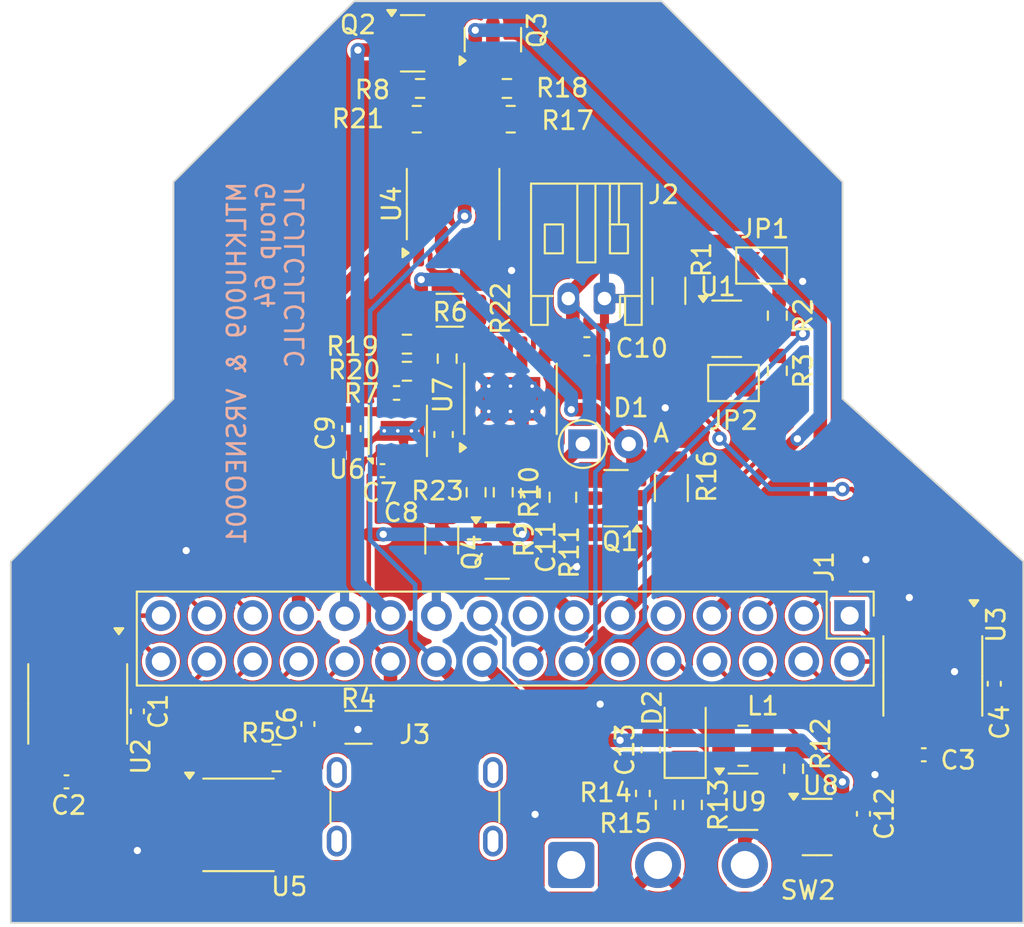
<source format=kicad_pcb>
(kicad_pcb (version 20241229) (generator "pcbnew") (generator_version "9.0")
  (title_block (title "Micro Mouse Power Subsystem PCB") (date "2025-03-28") (rev "v0") (company "University of Cape Town") (comment 2 "Drawn by Khusela Mtolo and Neo Vorsatz"))
  (layers (0 "F.Cu" signal) (2 "B.Cu" signal) (13 "F.Paste" user) (15 "B.Paste" user) (5 "F.SilkS" user "F.Silkscreen") (7 "B.SilkS" user "B.Silkscreen") (1 "F.Mask" user) (3 "B.Mask" user) (25 "Edge.Cuts" user))
  (net 0 "")
  (net 1 "GND")
  (net 2 "Net-(U2-VINT)")
  (net 3 "/3V7_Nominal")
  (net 4 "Net-(U2-VCP)")
  (net 5 "Net-(U3-VCP)")
  (net 6 "Net-(U3-VINT)")
  (net 7 "Net-(U5-VDD)")
  (net 8 "/Vout (5V)")
  (net 9 "Net-(U6-SS{slash}TR)")
  (net 10 "/3V3 Out")
  (net 11 "/5V Out")
  (net 12 "Net-(D2-A)")
  (net 13 "/MOTOR1_CTRL2")
  (net 14 "/USART2_RX")
  (net 15 "/MOTOR3_CTRL1")
  (net 16 "/CTRL_EXT_LOAD1")
  (net 17 "/Motor2_A_OUT")
  (net 18 "/HV")
  (net 19 "/EXT_LOAD2_OUT")
  (net 20 "/MOTOR4_CTRL2")
  (net 21 "/Motor4_A_OUT")
  (net 22 "/FAST_CHARGE_CTRL")
  (net 23 "/MOTOR4_CTRL1")
  (net 24 "/MOTOR3_B_OUT")
  (net 25 "/Battery")
  (net 26 "/I2C1_SDA")
  (net 27 "/MOTOR2_CTRL2")
  (net 28 "/MOTOR3_A_OUT")
  (net 29 "/MOTOR1_CTRL1")
  (net 30 "/Motor2_B_OUT")
  (net 32 "/USART2_TX")
  (net 33 "/CTRL_EXT_LOAD2")
  (net 34 "/I2C1_SCL")
  (net 35 "/MOTOR2_CTRL1")
  (net 36 "/Motor4_B_OUT")
  (net 37 "/EXT_LOAD1_OUT")
  (net 38 "/MOTOR3_CTRL2")
  (net 39 "/MOTOR1_B_OUT")
  (net 40 "/MOTOR1_A_OUT")
  (net 41 "Net-(J3-CC1)")
  (net 42 "Net-(J3-CC2)")
  (net 43 "Net-(JP1-A)")
  (net 44 "Net-(JP2-A)")
  (net 45 "Net-(SW2-C)")
  (net 46 "Net-(Q2-G)")
  (net 47 "Net-(Q3-G)")
  (net 48 "Net-(Q4-D)")
  (net 49 "Net-(U5-CFG1)")
  (net 50 "Net-(R19-Pad1)")
  (net 51 "Net-(U6-FB)")
  (net 52 "Net-(U7-PROG)")
  (net 53 "Net-(U9-OC)")
  (net 54 "Net-(U9-FB)")
  (net 55 "Net-(R14-Pad2)")
  (net 56 "Net-(U4-~{OUT_B})")
  (net 57 "Net-(R19-Pad2)")
  (net 58 "Net-(U4-~{OUT_A})")
  (net 59 "Net-(U7-CE)")
  (net 69 "Net-(U5-DM)")
  (net 77 "Net-(D1-K)")
  (net 78 "Net-(Q4-G)")
  (footprint "Resistor_SMD:R_0603_1608Metric" (layer "F.Cu") (at 147.44 105.825)
    (property "Reference" "R18")
    (property "Value" "10k")
  )
  (footprint "Resistor_SMD:R_1206_3216Metric" (layer "F.Cu") (at 139.2325 141.18)
    (property "Reference" "R4")
    (property "Value" "1k")
  )
  (footprint "Resistor_SMD:R_0805_2012Metric" (layer "F.Cu") (at 147.6525 107.525)
    (property "Reference" "R17")
    (property "Value" "100R")
  )
  (footprint "Capacitor_SMD:C_0603_1608Metric" (layer "F.Cu") (at 138.8375 124.65 -90)
    (property "Reference" "C9")
    (property "Value" "3.3nF")
  )
  (footprint "Resistor_SMD:R_0603_1608Metric" (layer "F.Cu") (at 142.64 105.825 180)
    (property "Reference" "R8")
    (property "Value" "10k")
  )
  (footprint "Connector_JST:JST_PH_S2B-PH-K_1x02_P2.00mm_Horizontal" (layer "F.Cu") (at 152.8375 117.45 180)
    (property "Reference" "J2")
    (property "Value" "Conn_01x02")
  )
  (footprint "Resistor_SMD:R_0805_2012Metric" (layer "F.Cu") (at 134.7 142.88 180)
    (property "Reference" "R5")
    (property "Value" "6.8k")
  )
  (footprint "Resistor_SMD:R_0603_1608Metric" (layer "F.Cu") (at 148.7375 128.225 -90)
    (property "Reference" "R11")
    (property "Value" "10k")
  )
  (footprint "Package_TO_SOT_SMD:SOT-23-5" (layer "F.Cu") (at 164.6 146.7)
    (property "Reference" "U8")
    (property "Value" "TPTLV70033DDCR")
  )
  (footprint "Package_TO_SOT_SMD:SOT-23" (layer "F.Cu") (at 153.475 128.5 180)
    (property "Reference" "Q1")
    (property "Value" "PMOS")
  )
  (footprint "Capacitor_SMD:C_0603_1608Metric" (layer "F.Cu") (at 155.4 142.425 90)
    (property "Reference" "C13")
    (property "Value" "22uF")
  )
  (footprint "Resistor_SMD:R_0805_2012Metric" (layer "F.Cu") (at 142.4525 107.525 180)
    (property "Reference" "R21")
    (property "Value" "100R")
  )
  (footprint "Resistor_SMD:R_0603_1608Metric" (layer "F.Cu") (at 156.2 145.475 90)
    (property "Reference" "R14")
    (property "Value" "18kR")
  )
  (footprint "Package_SO:SOIC-8_3.9x4.9mm_P1.27mm" (layer "F.Cu") (at 144.465 112.225 90)
    (property "Reference" "U4")
    (property "Value" "TC4426xOA")
  )
  (footprint "Jumper:SolderJumper-2_P1.3mm_Open_TrianglePad1.0x1.5mm" (layer "F.Cu") (at 159.975 122.125 180)
    (property "Reference" "JP2")
    (property "Value" "SolderJumper_2_Open")
  )
  (footprint "Capacitor_SMD:C_0402_1005Metric" (layer "F.Cu") (at 140.5575 126.975)
    (property "Reference" "C7")
    (property "Value" "10uF")
  )
  (footprint "Resistor_SMD:R_0603_1608Metric" (layer "F.Cu") (at 157.7 145.475 -90)
    (property "Reference" "R13")
    (property "Value" "220kR")
  )
  (footprint "Capacitor_SMD:C_0603_1608Metric" (layer "F.Cu") (at 151.8625 120.1)
    (property "Reference" "C10")
    (property "Value" "22uF")
  )
  (footprint "Package_LGA:Texas_SIL0008D_MicroSiP-8-1EP_2.8x3mm_P0.65mm_EP1.1x1.9mm_ThermalVias" (layer "F.Cu") (at 141.4075 124.775 90)
    (property "Reference" "U6")
    (property "Value" "TPS82130")
  )
  (footprint "Capacitor_SMD:C_0603_1608Metric" (layer "F.Cu") (at 143.9375 124.975 90)
    (property "Reference" "C8")
    (property "Value" "22uF")
  )
  (footprint "Jumper:SolderJumper-2_P1.3mm_Open_TrianglePad1.0x1.5mm" (layer "F.Cu") (at 161.525 115.625 180)
    (property "Reference" "JP1")
    (property "Value" "SolderJumper_2_Open")
  )
  (footprint "Resistor_SMD:R_0603_1608Metric" (layer "F.Cu") (at 162.4 118.4 -90)
    (property "Reference" "R2")
    (property "Value" "220kR")
  )
  (footprint "Package_SO:SOIC-8-1EP_3.9x4.9mm_P1.27mm_EP2.41x3.3mm_ThermalVias" (layer "F.Cu") (at 147.6375 123 90)
    (property "Reference" "U7")
    (property "Value" "TP4056-42-ESOP8")
  )
  (footprint "Diode_THT:D_DO-35_SOD27_P2.54mm_Vertical_AnodeUp" (layer "F.Cu") (at 151.6375 125.5)
    (property "Reference" "D1")
    (property "Value" "1N4734A-TAP")
  )
  (footprint "Resistor_SMD:R_1206_3216Metric" (layer "F.Cu") (at 156.4 117.025 -90)
    (property "Reference" "R1")
    (property "Value" "1mR")
  )
  (footprint "Capacitor_SMD:C_0402_1005Metric" (layer "F.Cu") (at 167.1625 145.97 -90)
    (property "Reference" "C12")
    (property "Value" "10uF")
  )
  (footprint "Resistor_SMD:R_0603_1608Metric" (layer "F.Cu") (at 144.1375 120.775 90)
    (property "Reference" "R6")
    (property "Value" "20k")
  )
  (footprint "Capacitor_SMD:C_0402_1005Metric" (layer "F.Cu") (at 174.4 138.77 -90)
    (property "Reference" "C4")
    (property "Value" "2.2uF")
  )
  (footprint "Resistor_SMD:R_0603_1608Metric" (layer "F.Cu") (at 145.7375 128.175 -90)
    (property "Reference" "R9")
    (property "Value" "3.3k")
  )
  (footprint "Capacitor_SMD:C_0402_1005Metric" (layer "F.Cu") (at 127 140.3 -90)
    (property "Reference" "C1")
    (property "Value" "2.2uF")
  )
  (footprint "Package_TO_SOT_SMD:SOT-23" (layer "F.Cu") (at 142.2275 103.325)
    (property "Reference" "Q2")
    (property "Value" "PMOS")
  )
  (footprint "Package_TO_SOT_SMD:SOT-23-8" (layer "F.Cu") (at 159.6 119.125)
    (property "Reference" "U1")
    (property "Value" "INA219AIDCNR")
  )
  (footprint "Connector_Wire:SolderWire-0.75sqmm_1x03_P4.8mm_D1.25mm_OD2.3mm" (layer "F.Cu") (at 151 148.8)
    (property "Reference" "SW2")
    (property "Value" "HX SS12D10G6")
  )
  (footprint "Connector_USB:USB_C_Receptacle_GCT_USB4125-xx-x-0190_6P_TopMnt_Horizontal" (layer "F.Cu") (at 142.35 146.68)
    (property "Reference" "J3")
    (property "Value" "USB_C_Receptacle_USB2.0_14P")
  )
  (footprint "Inductor_SMD:L_1008_2520Metric" (layer "F.Cu") (at 160.5 142.2 180)
    (property "Reference" "L1")
    (property "Value" "4.7uH")
  )
  (footprint "Resistor_SMD:R_1206_3216Metric" (layer "F.Cu") (at 144.275 118.1 180)
    (property "Reference" "R22")
    (property "Value" "1k")
  )
  (footprint "Package_TO_SOT_SMD:SOT-23" (layer "F.Cu") (at 146.665 103.125 90)
    (property "Reference" "Q3")
    (property "Value" "PMOS")
  )
  (footprint "Package_SO:TSSOP-16_4.4x5mm_P0.65mm" (layer "F.Cu") (at 171 138.3375 -90)
    (property "Reference" "U3")
    (property "Value" "DRV8833PWPR")
  )
  (footprint "Package_SO:SSOP-10-1EP_3.9x4.9mm_P1mm_EP2.1x3.3mm" (layer "F.Cu") (at 132.595 146.58)
    (property "Reference" "U5")
    (property "Value" "CH224K")
  )
  (footprint "Resistor_SMD:R_0402_1005Metric" (layer "F.Cu") (at 141.3375 122.675 180)
    (property "Reference" "R7")
    (property "Value" "12k")
  )
  (footprint "Package_TO_SOT_SMD:SOT-23" (layer "F.Cu") (at 146.9 131.4)
    (property "Reference" "Q4")
    (property "Value" "NMOS")
  )
  (footprint "Resistor_SMD:R_0603_1608Metric" (layer "F.Cu") (at 141.9125 119.975 180)
    (property "Reference" "R19")
    (property "Value" "20k")
  )
  (footprint "Diode_SMD:D_1206_3216Metric" (layer "F.Cu") (at 157.3 141.7 90)
    (property "Reference" "D2")
    (property "Value" "CRS08")
  )
  (footprint "Capacitor_SMD:C_0402_1005Metric" (layer "F.Cu") (at 170.5 142.7)
    (property "Reference" "C3")
    (property "Value" "0.01uF")
  )
  (footprint "Resistor_SMD:R_0603_1608Metric" (layer "F.Cu") (at 147.2375 128.175 -90)
    (property "Reference" "R10")
    (property "Value" "10k")
  )
  (footprint "Resistor_SMD:R_1206_3216Metric" (layer "F.Cu") (at 143.8375 130.8375 -90)
    (property "Reference" "R23")
    (property "Value" "1k")
  )
  (footprint "Capacitor_SMD:C_0402_1005Metric" (layer "F.Cu") (at 123.08 144.2)
    (property "Reference" "C2")
    (property "Value" "0.01uF")
  )
  (footprint "Connector_PinHeader_2.54mm:PinHeader_2x16_P2.54mm_Vertical" (layer "F.Cu") (at 166.4 135 -90)
    (property "Reference" "J1")
    (property "Value" "Conn_02x16_Odd_Even")
  )
  (footprint "Resistor_SMD:R_0603_1608Metric" (layer "F.Cu") (at 141.9125 121.475)
    (property "Reference" "R20")
    (property "Value" "22k")
  )
  (footprint "Capacitor_SMD:C_0402_1005Metric" (layer "F.Cu") (at 136.4325 141 90)
    (property "Reference" "C6")
    (property "Value" "1uF")
  )
  (footprint "Resistor_SMD:R_0603_1608Metric" (layer "F.Cu") (at 163.3 143.475 90)
    (property "Reference" "R12")
    (property "Value" "27kR")
  )
  (footprint "Package_SO:TSSOP-16_4.4x5mm_P0.65mm" (layer "F.Cu") (at 123.7 139.8875 -90)
    (property "Reference" "U2")
    (property "Value" "DRV8833PWPR")
  )
  (footprint "Capacitor_SMD:C_0805_2012Metric" (layer "F.Cu") (at 150.5375 128.45 90)
    (property "Reference" "C11")
    (property "Value" "4.7µF")
  )
  (footprint "Resistor_SMD:R_0402_1005Metric" (layer "F.Cu") (at 154.9625 144.84 -90)
    (property "Reference" "R15")
    (property "Value" "12kR")
  )
  (footprint "Resistor_SMD:R_0603_1608Metric" (layer "F.Cu") (at 162.4 121.45 -90)
    (property "Reference" "R3")
    (property "Value" "220kR")
  )
  (footprint "Package_TO_SOT_SMD:SOT-23-6" (layer "F.Cu") (at 160.5 145.3)
    (property "Reference" "U9")
    (property "Value" "MT3608L")
  )
  (footprint "Resistor_SMD:R_1206_3216Metric" (layer "F.Cu") (at 156.5375 127.9375 -90)
    (property "Reference" "R16")
    (property "Value" "1k")
  )
  (gr_poly (pts (xy 176 152) (xy 176 132) (xy 166 123) (xy 166 111) (xy 156 101) (xy 139 101) (xy 129 111) (xy 129 123) (xy 120 132) (xy 120 152)) (stroke (width 0.1)) (fill no) (layer "Edge.Cuts"))
  (gr_text "MTLKHU009 & VRSNEO001\nGroup 64\nJLCJLCJLCJLC" (at 136.3 110.9 90) (layer "B.SilkS") (effects (font (size 1 1)) (justify left bottom mirror)))
  (segment (start 163.8 117.399418) (end 162.734144 118.465274) (width 0.25) (layer "F.Cu") (net 1))
  (segment (start 170.025 134.325) (end 169.7 134) (width 0.25) (layer "F.Cu") (net 1))
  (segment (start 147.2375 130.8) (end 147.2375 129) (width 0.5) (layer "F.Cu") (net 1))
  (segment (start 163.8 116.5) (end 163.8 117.399418) (width 0.25) (layer "F.Cu") (net 1))
  (segment (start 161.726 118.465274) (end 161.391274 118.8) (width 0.25) (layer "F.Cu") (net 1))
  (segment (start 170.025 135.475) (end 170.025 134.325) (width 0.25) (layer "F.Cu") (net 1))
  (segment (start 161.391274 118.8) (end 160.7375 118.8) (width 0.25) (layer "F.Cu") (net 1))
  (segment (start 162.734144 118.465274) (end 161.726 118.465274) (width 0.25) (layer "F.Cu") (net 1))
  (segment (start 148.2725 125.475) (end 148.2725 123.635) (width 0.75) (layer "F.Cu") (net 1))
  (segment (start 147.8375 131.4) (end 147.2375 130.8) (width 0.5) (layer "F.Cu") (net 1))
  (segment (start 148.2725 123.635) (end 147.6375 123) (width 0.75) (layer "F.Cu") (net 1))
  (via (at 129.7 131.4) (size 0.8) (drill 0.4) (layers "F.Cu" "B.Cu") (net 1))
  (via (at 147.7 115.9) (size 0.8) (drill 0.4) (layers "F.Cu" "B.Cu") (net 1))
  (via (at 172.2 138.1) (size 0.8) (drill 0.4) (layers "F.Cu" "B.Cu") (net 1))
  (via (at 167.8 143.8) (size 0.8) (drill 0.4) (layers "F.Cu" "B.Cu") (net 1))
  (via (at 151.3 132.3) (size 0.8) (drill 0.4) (layers "F.Cu" "B.Cu") (net 1))
  (via (at 156.2 123.5) (size 0.8) (drill 0.4) (layers "F.Cu" "B.Cu") (net 1))
  (via (at 163.8 116.5) (size 0.8) (drill 0.4) (layers "F.Cu" "B.Cu") (net 1))
  (via (at 149 146) (size 0.8) (drill 0.4) (layers "F.Cu" "B.Cu") (net 1))
  (via (at 152.6 139.9) (size 0.8) (drill 0.4) (layers "F.Cu" "B.Cu") (net 1))
  (via (at 127 148) (size 0.8) (drill 0.4) (layers "F.Cu" "B.Cu") (net 1))
  (via (at 167.3 131.9) (size 0.8) (drill 0.4) (layers "F.Cu" "B.Cu") (net 1))
  (via (at 139.2 141.3) (size 0.8) (drill 0.4) (layers "F.Cu" "B.Cu") (net 1))
  (via (at 169.7 134) (size 0.8) (drill 0.4) (layers "F.Cu" "B.Cu") (net 1))
  (segment (start 124.675 141.925) (end 125.82 140.78) (width 0.25) (layer "F.Cu") (net 2))
  (segment (start 125.82 140.78) (end 127 140.78) (width 0.25) (layer "F.Cu") (net 2))
  (segment (start 124.675 142.75) (end 124.675 141.925) (width 0.25) (layer "F.Cu") (net 2))
  (segment (start 166.537499 128) (end 166 128) (width 0.25) (layer "F.Cu") (net 3))
  (segment (start 156.4 122.07328) (end 156.4 118.4875) (width 0.25) (layer "F.Cu") (net 3))
  (segment (start 126.448922 150.651) (end 120.649 144.851078) (width 0.75) (layer "F.Cu") (net 3))
  (segment (start 173.741036 142.7145) (end 175.036 141.419536) (width 0.25) (layer "F.Cu") (net 3))
  (segment (start 164.429876 150.651) (end 170.98 144.100876) (width 0.75) (layer "F.Cu") (net 3))
  (segment (start 123.375 140.362499) (end 123.375 141.6) (width 0.25) (layer "F.Cu") (net 3))
  (segment (start 155.8 148.8) (end 153.949 150.651) (width 0.75) (layer "F.Cu") (net 3))
  (segment (start 170.675 142.395) (end 170.98 142.7) (width 0.25) (layer "F.Cu") (net 3))
  (segment (start 157.651 150.651) (end 164.429876 150.651) (width 0.75) (layer "F.Cu") (net 3))
  (segment (start 156.7125 118.8) (end 158.4625 118.8) (width 0.25) (layer "F.Cu") (net 3))
  (segment (start 173.275 134.737501) (end 166.537499 128) (width 0.25) (layer "F.Cu") (net 3))
  (segment (start 175.036 141.419536) (end 175.036 137.236) (width 0.25) (layer "F.Cu") (net 3))
  (segment (start 159.2 125.2) (end 159.2 124.87328) (width 0.25) (layer "F.Cu") (net 3))
  (segment (start 120.649 141.82972) (end 121.04222 141.4365) (width 0.75) (layer "F.Cu") (net 3))
  (segment (start 123.2115 141.4365) (end 123.375 141.6) (width 0.75) (layer "F.Cu") (net 3))
  (segment (start 170.9945 142.7145) (end 173.741036 142.7145) (width 0.25) (layer "F.Cu") (net 3))
  (segment (start 153.949 150.651) (end 126.448922 150.651) (width 0.75) (layer "F.Cu") (net 3))
  (segment (start 170.98 142.7) (end 170.9945 142.7145) (width 0.25) (layer "F.Cu") (net 3))
  (segment (start 120.649 144.851078) (end 120.649 141.82972) (width 0.75) (layer "F.Cu") (net 3))
  (segment (start 173.275 135.475) (end 173.275 134.737501) (width 0.25) (layer "F.Cu") (net 3))
  (segment (start 159.2 124.87328) (end 156.4 122.07328) (width 0.25) (layer "F.Cu") (net 3))
  (segment (start 123.375 142.75) (end 123.375 144.015) (width 0.25) (layer "F.Cu") (net 3))
  (segment (start 170.98 144.100876) (end 170.98 142.7) (width 0.75) (layer "F.Cu") (net 3))
  (segment (start 123.375 141.6) (end 123.375 142.75) (width 0.25) (layer "F.Cu") (net 3))
  (segment (start 121.04222 141.4365) (end 123.2115 141.4365) (width 0.75) (layer "F.Cu") (net 3))
  (segment (start 123.375 144.015) (end 123.56 144.2) (width 0.25) (layer "F.Cu") (net 3))
  (segment (start 170.675 141.2) (end 170.675 142.395) (width 0.25) (layer "F.Cu") (net 3))
  (segment (start 125.975 137.025) (end 125.975 137.762499) (width 0.25) (layer "F.Cu") (net 3))
  (segment (start 175.036 137.236) (end 173.275 135.475) (width 0.25) (layer "F.Cu") (net 3))
  (segment (start 155.8 148.8) (end 157.651 150.651) (width 0.75) (layer "F.Cu") (net 3))
  (segment (start 125.975 137.762499) (end 123.375 140.362499) (width 0.25) (layer "F.Cu") (net 3))
  (segment (start 156.4 118.4875) (end 156.7125 118.8) (width 0.25) (layer "F.Cu") (net 3))
  (via (at 159.2 125.2) (size 0.8) (drill 0.4) (layers "F.Cu" "B.Cu") (net 3))
  (via (at 166 128) (size 0.8) (drill 0.4) (layers "F.Cu" "B.Cu") (net 3))
  (segment (start 162 128) (end 159.2 125.2) (width 0.25) (layer "B.Cu") (net 3))
  (segment (start 166 128) (end 162 128) (width 0.25) (layer "B.Cu") (net 3))
  (segment (start 122.725 144.075) (end 122.6 144.2) (width 0.25) (layer "F.Cu") (net 4))
  (segment (start 122.725 142.75) (end 122.725 144.075) (width 0.25) (layer "F.Cu") (net 4))
  (segment (start 170.02 141.205) (end 170.025 141.2) (width 0.25) (layer "F.Cu") (net 5))
  (segment (start 170.02 142.7) (end 170.02 141.205) (width 0.25) (layer "F.Cu") (net 5))
  (segment (start 171.975 141.892726) (end 171.975 141.2) (width 0.25) (layer "F.Cu") (net 6))
  (segment (start 174.4 139.25) (end 174.4 141.417726) (width 0.25) (layer "F.Cu") (net 6))
  (segment (start 173.554226 142.2635) (end 172.345774 142.2635) (width 0.25) (layer "F.Cu") (net 6))
  (segment (start 174.4 141.417726) (end 173.554226 142.2635) (width 0.25) (layer "F.Cu") (net 6))
  (segment (start 172.345774 142.2635) (end 171.975 141.892726) (width 0.25) (layer "F.Cu") (net 6))
  (segment (start 137.47 141.48) (end 137.77 141.18) (width 0.75) (layer "F.Cu") (net 7))
  (segment (start 136.4325 141.48) (end 137.47 141.48) (width 0.75) (layer "F.Cu") (net 7))
  (segment (start 133.0575 141.48) (end 136.4325 141.48) (width 0.75) (layer "F.Cu") (net 7))
  (segment (start 129.9575 144.58) (end 133.0575 141.48) (width 0.75) (layer "F.Cu") (net 7))
  (segment (start 152.2775 123.6) (end 151 123.6) (width 0.75) (layer "F.Cu") (net 8))
  (segment (start 142.7335 124.0635) (end 142.7335 125.4865) (width 0.25) (layer "F.Cu") (net 8))
  (segment (start 142.3825 123.7125) (end 142.7335 124.0635) (width 0.25) (layer "F.Cu") (net 8))
  (segment (start 142.8125 118.1) (end 143.511918 118.1) (width 0.25) (layer "F.Cu") (net 8))
  (segment (start 155.1525 126.475) (end 154.1775 125.5) (width 0.75) (layer "F.Cu") (net 8))
  (segment (start 154.1775 125.5) (end 152.2775 123.6) (width 0.75) (layer "F.Cu") (net 8))
  (segment (start 142.3825 123.355) (end 142.3825 123.7125) (width 0.25) (layer "F.Cu") (net 8))
  (segment (start 144.9385 120.799) (end 144.1375 121.6) (width 0.25) (layer "F.Cu") (net 8))
  (segment (start 142.7 116.4) (end 142.7 117.9875) (width 0.75) (layer "F.Cu") (net 8))
  (segment (start 142.7 117.9875) (end 142.8125 118.1) (width 0.75) (layer "F.Cu") (net 8))
  (segment (start 142.47 125.75) (end 142.3825 125.8375) (width 0.25) (layer "F.Cu") (net 8))
  (segment (start 144.1375 121.6) (end 142.3825 123.355) (width 0.25) (layer "F.Cu") (net 8))
  (segment (start 143.511918 118.1) (end 144.9385 119.526582) (width 0.25) (layer "F.Cu") (net 8))
  (segment (start 144.9385 119.526582) (end 144.9385 120.799) (width 0.25) (layer "F.Cu") (net 8))
  (segment (start 154.4125 125.735) (end 154.1775 125.5) (width 0.75) (layer "F.Cu") (net 8))
  (segment (start 154.4125 127.55) (end 154.4125 125.735) (width 0.75) (layer "F.Cu") (net 8))
  (segment (start 142.7335 125.4865) (end 142.3825 125.8375) (width 0.25) (layer "F.Cu") (net 8))
  (segment (start 156.5375 126.475) (end 155.1525 126.475) (width 0.75) (layer "F.Cu") (net 8))
  (segment (start 143.9375 125.75) (end 142.47 125.75) (width 0.25) (layer "F.Cu") (net 8))
  (via (at 151 123.6) (size 0.8) (drill 0.4) (layers "F.Cu" "B.Cu") (net 8))
  (via (at 142.7 116.4) (size 0.8) (drill 0.4) (layers "F.Cu" "B.Cu") (net 8))
  (segment (start 151 123.6) (end 151 122.8105) (width 0.75) (layer "B.Cu") (net 8))
  (segment (start 144.5895 116.4) (end 142.7 116.4) (width 0.75) (layer "B.Cu") (net 8))
  (segment (start 151 122.8105) (end 144.5895 116.4) (width 0.75) (layer "B.Cu") (net 8))
  (segment (start 139 123.7125) (end 140.3815 123.7125) (width 0.5) (layer "F.Cu") (net 9))
  (segment (start 138.8375 123.875) (end 139 123.7125) (width 0.5) (layer "F.Cu") (net 9))
  (segment (start 160.7375 118.15) (end 160.7375 115.6875) (width 0.25) (layer "F.Cu") (net 10))
  (segment (start 166 145.4875) (end 165.7375 145.75) (width 0.75) (layer "F.Cu") (net 10))
  (segment (start 158.4625 121.3375) (end 159.25 122.125) (width 0.25) (layer "F.Cu") (net 10))
  (segment (start 146.08 137.54) (end 150.44 141.9) (width 0.75) (layer "F.Cu") (net 10))
  (segment (start 159.451 118.774001) (end 159.451 119.765274) (width 0.25) (layer "F.Cu") (net 10))
  (segment (start 160.7375 118.15) (end 160.075001 118.15) (width 0.25) (layer "F.Cu") (net 10))
  (segment (start 165.7375 145.75) (end 165.9975 145.49) (width 0.75) (layer "F.Cu") (net 10))
  (segment (start 159.116274 120.1) (end 158.4625 120.1) (width 0.25) (layer "F.Cu") (net 10))
  (segment (start 159.451 119.765274) (end 159.116274 120.1) (width 0.25) (layer "F.Cu") (net 10))
  (segment (start 160.7375 115.6875) (end 160.8 115.625) (width 0.25) (layer "F.Cu") (net 10))
  (segment (start 166 144.2) (end 166 145.4875) (width 0.75) (layer "F.Cu") (net 10))
  (segment (start 165.9975 145.49) (end 167.1625 145.49) (width 0.75) (layer "F.Cu") (net 10))
  (segment (start 150.44 141.9) (end 153.7 141.9) (width 0.75) (layer "F.Cu") (net 10))
  (segment (start 160.075001 118.15) (end 159.451 118.774001) (width 0.25) (layer "F.Cu") (net 10))
  (segment (start 158.4625 120.1) (end 158.4625 121.3375) (width 0.25) (layer "F.Cu") (net 10))
  (via (at 166 144.2) (size 0.8) (drill 0.4) (layers "F.Cu" "B.Cu") (net 10))
  (via (at 153.7 141.9) (size 0.8) (drill 0.4) (layers "F.Cu" "B.Cu") (net 10))
  (segment (start 153.7 141.9) (end 163.7 141.9) (width 0.75) (layer "B.Cu") (net 10))
  (segment (start 163.7 141.9) (end 166 144.2) (width 0.75) (layer "B.Cu") (net 10))
  (segment (start 143.54 137.54) (end 149.2 143.2) (width 0.75) (layer "F.Cu") (net 11))
  (segment (start 157.3 143.1) (end 155.5 143.1) (width 0.75) (layer "F.Cu") (net 11))
  (segment (start 146.665 102.1875) (end 146.665 105.775) (width 0.75) (layer "F.Cu") (net 11))
  (segment (start 145.1 109.75) (end 145.1 106.94) (width 0.75) (layer "F.Cu") (net 11))
  (segment (start 157.7 144.65) (end 157.7 143.5) (width 0.75) (layer "F.Cu") (net 11))
  (segment (start 146.215 105.825) (end 146.615 105.825) (width 0.75) (layer "F.Cu") (net 11))
  (segment (start 155.5 143.1) (end 155.4 143.2) (width 0.75) (layer "F.Cu") (net 11))
  (segment (start 143.465 105.825) (end 143.985 105.825) (width 0.75) (layer "F.Cu") (net 11))
  (segment (start 143.165 105.525) (end 143.465 105.825) (width 0.75) (layer "F.Cu") (net 11))
  (segment (start 149.2 143.2) (end 155.4 143.2) (width 0.75) (layer "F.Cu") (net 11))
  (segment (start 145.1 112.9) (end 145.1 109.75) (width 0.75) (layer "F.Cu") (net 11))
  (segment (start 146.665 105.775) (end 146.615 105.825) (width 0.75) (layer "F.Cu") (net 11))
  (segment (start 145.1 106.94) (end 146.215 105.825) (width 0.75) (layer "F.Cu") (net 11))
  (segment (start 143.985 105.825) (end 145.1 106.94) (width 0.75) (layer "F.Cu") (net 11))
  (segment (start 143.165 103.325) (end 143.165 105.525) (width 0.75) (layer "F.Cu") (net 11))
  (segment (start 157.7 143.5) (end 157.3 143.1) (width 0.75) (layer "F.Cu") (net 11))
  (via (at 145.1 112.9) (size 0.8) (drill 0.4) (layers "F.Cu" "B.Cu") (net 11))
  (segment (start 142.364 133.29072) (end 139.874 130.80072) (width 0.25) (layer "B.Cu") (net 11))
  (segment (start 139.874 118.126) (end 145.1 112.9) (width 0.25) (layer "B.Cu") (net 11))
  (segment (start 139.874 130.80072) (end 139.874 118.126) (width 0.25) (layer "B.Cu") (net 11))
  (segment (start 143.54 137.54) (end 142.364 136.364) (width 0.25) (layer "B.Cu") (net 11))
  (segment (start 142.364 136.364) (end 142.364 133.29072) (width 0.25) (layer "B.Cu") (net 11))
  (segment (start 159.3625 144.35) (end 159.3625 142.2625) (width 0.75) (layer "F.Cu") (net 12))
  (segment (start 159.3625 142.2625) (end 159.425 142.2) (width 0.75) (layer "F.Cu") (net 12))
  (segment (start 157.525 140.3) (end 159.425 142.2) (width 0.75) (layer "F.Cu") (net 12))
  (segment (start 157.3 140.3) (end 157.525 140.3) (width 0.75) (layer "F.Cu") (net 12))
  (segment (start 125.325 142.75) (end 125.325 142.012501) (width 0.25) (layer "F.Cu") (net 13))
  (segment (start 125.951501 141.386) (end 127.366904 141.386) (width 0.25) (layer "F.Cu") (net 13))
  (segment (start 125.325 142.012501) (end 125.951501 141.386) (width 0.25) (layer "F.Cu") (net 13))
  (segment (start 130.84 137.912904) (end 130.84 137.54) (width 0.25) (layer "F.Cu") (net 13))
  (segment (start 127.366904 141.386) (end 130.84 137.912904) (width 0.25) (layer "F.Cu") (net 13))
  (segment (start 121.425 142.75) (end 121.425 144.635714) (width 0.25) (layer "F.Cu") (net 15))
  (segment (start 122.289286 145.5) (end 127.522678 145.5) (width 0.25) (layer "F.Cu") (net 15))
  (segment (start 136.086 139.914) (end 138.46 137.54) (width 0.25) (layer "F.Cu") (net 15))
  (segment (start 121.425 144.635714) (end 122.289286 145.5) (width 0.25) (layer "F.Cu") (net 15))
  (segment (start 133.108678 139.914) (end 136.086 139.914) (width 0.25) (layer "F.Cu") (net 15))
  (segment (start 127.522678 145.5) (end 133.108678 139.914) (width 0.25) (layer "F.Cu") (net 15))
  (segment (start 142.105124 113.149) (end 135.92 119.334124) (width 0.75) (layer "F.Cu") (net 16))
  (segment (start 135.92 119.334124) (end 135.92 135) (width 0.75) (layer "F.Cu") (net 16))
  (segment (start 143.253999 113.149) (end 142.105124 113.149) (width 0.75) (layer "F.Cu") (net 16))
  (segment (start 143.83 114.7) (end 143.83 113.725001) (width 0.75) (layer "F.Cu") (net 16))
  (segment (start 143.83 113.725001) (end 143.253999 113.149) (width 0.75) (layer "F.Cu") (net 16))
  (segment (start 172.625 136.212499) (end 171.297499 137.54) (width 0.25) (layer "F.Cu") (net 17))
  (segment (start 172.625 135.475) (end 172.625 136.212499) (width 0.25) (layer "F.Cu") (net 17))
  (segment (start 171.297499 137.54) (end 166.4 137.54) (width 0.25) (layer "F.Cu") (net 17))
  (segment (start 140.6 130.5) (end 139.8 130.5) (width 0.75) (layer "F.Cu") (net 18))
  (segment (start 143.87 142.953076) (end 143.340924 142.424) (width 0.75) (layer "F.Cu") (net 18))
  (segment (start 141.0825 125.8375) (end 140.4325 125.8375) (width 0.25) (layer "F.Cu") (net 18))
  (segment (start 140.83 142.68) (end 140.83 141.315) (width 0.75) (layer "F.Cu") (net 18))
  (segment (start 141 137.54) (end 139.8 136.34) (width 0.25) (layer "F.Cu") (net 18))
  (segment (start 154.4125 129.45) (end 153.3625 130.5) (width 0.75) (layer "F.Cu") (net 18))
  (segment (start 141.086 142.424) (end 140.83 142.68) (width 0.75) (layer "F.Cu") (net 18))
  (segment (start 143.87 143.6) (end 143.87 142.953076) (width 0.75) (layer "F.Cu") (net 18))
  (segment (start 143.340924 142.424) (end 141.086 142.424) (width 0.75) (layer "F.Cu") (net 18))
  (segment (start 141 140.875) (end 140.695 141.18) (width 0.75) (layer "F.Cu") (net 18))
  (segment (start 139.8 136.34) (end 139.8 130.5) (width 0.25) (layer "F.Cu") (net 18))
  (segment (start 139.8 127.2525) (end 140.0775 126.975) (width 0.25) (layer "F.Cu") (net 18))
  (segment (start 140.0775 126.975) (end 140.0775 126.1925) (width 0.25) (layer "F.Cu") (net 18))
  (segment (start 153.3625 130.5) (end 148.3 130.5) (width 0.75) (layer "F.Cu") (net 18))
  (segment (start 141 137.54) (end 141 140.875) (width 0.75) (layer "F.Cu") (net 18))
  (segment (start 140.0775 126.1925) (end 140.4325 125.8375) (width 0.25) (layer "F.Cu") (net 18))
  (segment (start 140.83 141.315) (end 140.695 141.18) (width 0.75) (layer "F.Cu") (net 18))
  (segment (start 140.83 143.6) (end 140.83 142.68) (width 0.75) (layer "F.Cu") (net 18))
  (segment (start 139.8 130.5) (end 139.8 127.2525) (width 0.25) (layer "F.Cu") (net 18))
  (via (at 140.6 130.5) (size 0.8) (drill 0.4) (layers "F.Cu" "B.Cu") (net 18))
  (via (at 148.3 130.5) (size 0.8) (drill 0.4) (layers "F.Cu" "B.Cu") (net 18))
  (segment (start 148.3 130.5) (end 140.6 130.5) (width 0.75) (layer "B.Cu") (net 18))
  (segment (start 163.487638 125.212362) (end 163.509457 125.212362) (width 0.75) (layer "F.Cu") (net 19))
  (segment (start 153.7 135) (end 163.487638 125.212362) (width 0.75) (layer "F.Cu") (net 19))
  (segment (start 145.69 104.0375) (end 145.715 104.0625) (width 0.75) (layer "F.Cu") (net 19))
  (segment (start 145.69 102.6) (end 145.69 104.0375) (width 0.75) (layer "F.Cu") (net 19))
  (via (at 145.69 102.6) (size 0.8) (drill 0.4) (layers "F.Cu" "B.Cu") (net 19))
  (via (at 163.509457 125.212362) (size 0.8) (drill 0.4) (layers "F.Cu" "B.Cu") (net 19))
  (segment (start 148.380273 102.6) (end 145.69 102.6) (width 0.75) (layer "B.Cu") (net 19))
  (segment (start 164.776 123.945819) (end 164.776 118.995727) (width 0.75) (layer "B.Cu") (net 19))
  (segment (start 164.776 118.995727) (end 148.380273 102.6) (width 0.75) (layer "B.Cu") (net 19))
  (segment (start 163.509457 125.212362) (end 164.776 123.945819) (width 0.75) (layer "B.Cu") (net 19))
  (segment (start 169.375 141.892726) (end 169.004226 142.2635) (width 0.25) (layer "F.Cu") (net 20))
  (segment (start 169.375 141.2) (end 169.375 141.892726) (width 0.25) (layer "F.Cu") (net 20))
  (segment (start 160.126 140.774) (end 160.085757 140.814243) (width 0.25) (layer "F.Cu") (net 20))
  (segment (start 162.648418 140.774) (end 160.126 140.774) (width 0.25) (layer "F.Cu") (net 20))
  (segment (start 169.004226 142.2635) (end 164.137918 142.2635) (width 0.25) (layer "F.Cu") (net 20))
  (segment (start 160.085757 140.814243) (end 156.811514 137.54) (width 0.25) (layer "F.Cu") (net 20))
  (segment (start 156.811514 137.54) (end 156.24 137.54) (width 0.25) (layer "F.Cu") (net 20))
  (segment (start 164.137918 142.2635) (end 162.648418 140.774) (width 0.25) (layer "F.Cu") (net 20))
  (segment (start 165.036 133.824) (end 163.86 135) (width 0.25) (layer "F.Cu") (net 21))
  (segment (start 169.375 134.775) (end 168.424 133.824) (width 0.25) (layer "F.Cu") (net 21))
  (segment (start 168.424 133.824) (end 165.036 133.824) (width 0.25) (layer "F.Cu") (net 21))
  (segment (start 169.375 135.475) (end 169.375 134.775) (width 0.25) (layer "F.Cu") (net 21))
  (segment (start 145.1115 133.574) (end 149.734 133.574) (width 0.75) (layer "F.Cu") (net 22))
  (segment (start 143.8375 132.3) (end 145.1115 133.574) (width 0.75) (layer "F.Cu") (net 22))
  (segment (start 149.734 133.574) (end 151.16 135) (width 0.75) (layer "F.Cu") (net 22))
  (segment (start 161.563 140.323) (end 158.78 137.54) (width 0.25) (layer "F.Cu") (net 23))
  (segment (start 167.848 140.323) (end 161.563 140.323) (width 0.25) (layer "F.Cu") (net 23))
  (segment (start 168.725 141.2) (end 167.848 140.323) (width 0.25) (layer "F.Cu") (net 23))
  (segment (start 123.375 136.325) (end 125.876 133.824) (width 0.25) (layer "F.Cu") (net 24))
  (segment (start 123.375 137.025) (end 123.375 136.325) (width 0.25) (layer "F.Cu") (net 24))
  (segment (start 125.876 133.824) (end 129.664 133.824) (width 0.25) (layer "F.Cu") (net 24))
  (segment (start 129.664 133.824) (end 130.84 135) (width 0.25) (layer "F.Cu") (net 24))
  (segment (start 152.5375 115.5625) (end 150.8375 117.2625) (width 0.75) (layer "F.Cu") (net 25))
  (segment (start 151.0875 120.1) (end 151.0875 117.7) (width 0.75) (layer "F.Cu") (net 25))
  (segment (start 149.5425 120.525) (end 150.6625 120.525) (width 0.75) (layer "F.Cu") (net 25))
  (segment (start 156.4 115.5625) (end 152.5375 115.5625) (width 0.75) (layer "F.Cu") (net 25))
  (segment (start 158.4625 117.625) (end 156.4 115.5625) (width 0.25) (layer "F.Cu") (net 25))
  (segment (start 158.4625 118.15) (end 158.4625 117.625) (width 0.25) (layer "F.Cu") (net 25))
  (segment (start 151.0875 117.7) (end 150.8375 117.45) (width 0.75) (layer "F.Cu") (net 25))
  (segment (start 150.8375 117.2625) (end 150.8375 117.45) (width 0.75) (layer "F.Cu") (net 25))
  (segment (start 150.6625 120.525) (end 151.0875 120.1) (width 0.75) (layer "F.Cu") (net 25))
  (segment (start 152.7635 126.626) (end 152.7635 119.376) (width 0.25) (layer "B.Cu") (net 25))
  (segment (start 152.7635 119.376) (end 150.8375 117.45) (width 0.25) (layer "B.Cu") (net 25))
  (segment (start 152.336 127.0535) (end 152.7635 126.626) (width 0.25) (layer "B.Cu") (net 25))
  (segment (start 151.16 137.54) (end 152.336 136.364) (width 0.25) (layer "B.Cu") (net 25))
  (segment (start 152.336 136.364) (end 152.336 127.0535) (width 0.25) (layer "B.Cu") (net 25))
  (segment (start 163.8 119.4) (end 162.575 119.4) (width 0.25) (layer "F.Cu") (net 26))
  (segment (start 160.7375 119.45) (end 162.175 119.45) (width 0.25) (layer "F.Cu") (net 26))
  (segment (start 162.575 119.4) (end 162.4 119.225) (width 0.25) (layer "F.Cu") (net 26))
  (segment (start 162.175 119.45) (end 162.4 119.225) (width 0.25) (layer "F.Cu") (net 26))
  (via (at 163.8 119.4) (size 0.8) (drill 0.4) (layers "F.Cu" "B.Cu") (net 26))
  (segment (start 153.4 136.176) (end 154.187116 136.176) (width 0.25) (layer "B.Cu") (net 26))
  (segment (start 152.336 137.24) (end 153.4 136.176) (width 0.25) (layer "B.Cu") (net 26))
  (segment (start 155.064 135.299116) (end 155.064 128.136) (width 0.25) (layer "B.Cu") (net 26))
  (segment (start 146.08 135) (end 147.3 136.22) (width 0.25) (layer "B.Cu") (net 26))
  (segment (start 152.336 138.027116) (end 152.336 137.24) (width 0.25) (layer "B.Cu") (net 26))
  (segment (start 147.3 137.883116) (end 148.132884 138.716) (width 0.25) (layer "B.Cu") (net 26))
  (segment (start 147.3 136.22) (end 147.3 137.883116) (width 0.25) (layer "B.Cu") (net 26))
  (segment (start 155.064 128.136) (end 163.8 119.4) (width 0.25) (layer "B.Cu") (net 26))
  (segment (start 151.647116 138.716) (end 152.336 138.027116) (width 0.25) (layer "B.Cu") (net 26))
  (segment (start 148.132884 138.716) (end 151.647116 138.716) (width 0.25) (layer "B.Cu") (net 26))
  (segment (start 154.187116 136.176) (end 155.064 135.299116) (width 0.25) (layer "B.Cu") (net 26))
  (segment (start 172.625 141.2) (end 172.625 140.462501) (width 0.25) (layer "F.Cu") (net 27))
  (segment (start 162.947 139.167) (end 161.32 137.54) (width 0.25) (layer "F.Cu") (net 27))
  (segment (start 171.329499 139.167) (end 162.947 139.167) (width 0.25) (layer "F.Cu") (net 27))
  (segment (start 172.625 140.462501) (end 171.329499 139.167) (width 0.25) (layer "F.Cu") (net 27))
  (segment (start 131.753 133.373) (end 133.38 135) (width 0.25) (layer "F.Cu") (net 28))
  (segment (start 124.989501 133.373) (end 131.753 133.373) (width 0.25) (layer "F.Cu") (net 28))
  (segment (start 122.075 136.287501) (end 124.989501 133.373) (width 0.25) (layer "F.Cu") (net 28))
  (segment (start 122.075 137.025) (end 122.075 136.287501) (width 0.25) (layer "F.Cu") (net 28))
  (segment (start 128.17 142.75) (end 133.38 137.54) (width 0.25) (layer "F.Cu") (net 29))
  (segment (start 125.975 142.75) (end 128.17 142.75) (width 0.25) (layer "F.Cu") (net 29))
  (segment (start 171.325 136.212499) (end 170.998999 136.5385) (width 0.25) (layer "F.Cu") (net 30))
  (segment (start 167.9385 136.5385) (end 166.4 135) (width 0.25) (layer "F.Cu") (net 30))
  (segment (start 170.998999 136.5385) (end 167.9385 136.5385) (width 0.25) (layer "F.Cu") (net 30))
  (segment (start 171.325 135.475) (end 171.325 136.212499) (width 0.25) (layer "F.Cu") (net 30))
  (segment (start 164.776 116.07934) (end 164.776 129.004) (width 0.75) (layer "F.Cu") (net 33))
  (segment (start 164.776 129.004) (end 158.78 135) (width 0.75) (layer "F.Cu") (net 33))
  (segment (start 146.776 114.294) (end 162.99066 114.294) (width 0.75) (layer "F.Cu") (net 33))
  (segment (start 146.37 114.7) (end 146.776 114.294) (width 0.75) (layer "F.Cu") (net 33))
  (segment (start 162.99066 114.294) (end 164.776 116.07934) (width 0.75) (layer "F.Cu") (net 33))
  (segment (start 157.408014 130.2885) (end 163.201 124.495514) (width 0.25) (layer "F.Cu") (net 34))
  (segment (start 149.86 136.3) (end 151.523116 136.3) (width 0.25) (layer "F.Cu") (net 34))
  (segment (start 163.201 121.426) (end 162.4 120.625) (width 0.25) (layer "F.Cu") (net 34))
  (segment (start 161.2625 120.625) (end 160.7375 120.1) (width 0.25) (layer "F.Cu") (net 34))
  (segment (start 162.4 120.625) (end 161.2625 120.625) (width 0.25) (layer "F.Cu") (net 34))
  (segment (start 152.524 135.299116) (end 152.524 134.512884) (width 0.25) (layer "F.Cu") (net 34))
  (segment (start 152.524 134.512884) (end 156.748384 130.2885) (width 0.25) (layer "F.Cu") (net 34))
  (segment (start 156.748384 130.2885) (end 157.408014 130.2885) (width 0.25) (layer "F.Cu") (net 34))
  (segment (start 151.523116 136.3) (end 152.524 135.299116) (width 0.25) (layer "F.Cu") (net 34))
  (segment (start 148.62 137.54) (end 149.86 136.3) (width 0.25) (layer "F.Cu") (net 34))
  (segment (start 163.201 124.495514) (end 163.201 121.426) (width 0.25) (layer "F.Cu") (net 34))
  (segment (start 165.036 138.716) (end 163.86 137.54) (width 0.25) (layer "F.Cu") (net 35))
  (segment (start 171.528499 138.716) (end 165.036 138.716) (width 0.25) (layer "F.Cu") (net 35))
  (segment (start 173.275 141.2) (end 173.275 140.462501) (width 0.25) (layer "F.Cu") (net 35))
  (segment (start 173.275 140.462501) (end 171.528499 138.716) (width 0.25) (layer "F.Cu") (net 35))
  (segment (start 170.675 133.94828) (end 170.675 135.475) (width 0.25) (layer "F.Cu") (net 36))
  (segment (start 163.046 133.274) (end 170.00072 133.274) (width 0.25) (layer "F.Cu") (net 36))
  (segment (start 161.32 135) (end 163.046 133.274) (width 0.25) (layer "F.Cu") (net 36))
  (segment (start 170.00072 133.274) (end 170.675 133.94828) (width 0.25) (layer "F.Cu") (net 36))
  (segment (start 139.2 103.7) (end 139.965 103.7) (width 0.75) (layer "F.Cu") (net 37))
  (segment (start 139.965 103.7) (end 141.29 102.375) (width 0.75) (layer "F.Cu") (net 37))
  (via (at 139.2 103.7) (size 0.8) (drill 0.4) (layers "F.Cu" "B.Cu") (net 37))
  (segment (start 139.173 133.173) (end 139.173 103.727) (width 0.75) (layer "B.Cu") (net 37))
  (segment (start 141 135) (end 139.173 133.173) (width 0.75) (layer "B.Cu") (net 37))
  (segment (start 139.173 103.727) (end 139.2 103.7) (width 0.75) (layer "B.Cu") (net 37))
  (segment (start 121.994 144.566904) (end 122.263096 144.836) (width 0.25) (layer "F.Cu") (net 38))
  (segment (start 126.964 144.836) (end 132.6 139.2) (width 0.25) (layer "F.Cu") (net 38))
  (segment (start 132.6 139.2) (end 134.26 139.2) (width 0.25) (layer "F.Cu") (net 38))
  (segment (start 122.263096 144.836) (end 126.964 144.836) (width 0.25) (layer "F.Cu") (net 38))
  (segment (start 122.075 142.75) (end 121.994 142.831) (width 0.25) (layer "F.Cu") (net 38))
  (segment (start 121.994 142.831) (end 121.994 144.566904) (width 0.25) (layer "F.Cu") (net 38))
  (segment (start 134.26 139.2) (end 135.92 137.54) (width 0.25) (layer "F.Cu") (net 38))
  (segment (start 125.357274 135) (end 128.3 135) (width 0.25) (layer "F.Cu") (net 39))
  (segment (start 124.025 136.332274) (end 125.357274 135) (width 0.25) (layer "F.Cu") (net 39))
  (segment (start 124.025 137.025) (end 124.025 136.332274) (width 0.25) (layer "F.Cu") (net 39))
  (segment (start 126.7215 135.9615) (end 128.3 137.54) (width 0.25) (layer "F.Cu") (net 40))
  (segment (start 125.325 136.332274) (end 125.695774 135.9615) (width 0.25) (layer "F.Cu") (net 40))
  (segment (start 125.325 137.025) (end 125.325 136.332274) (width 0.25) (layer "F.Cu") (net 40))
  (segment (start 125.695774 135.9615) (end 126.7215 135.9615) (width 0.25) (layer "F.Cu") (net 40))
  (segment (start 137.563596 146.054) (end 136.646 146.971596) (width 0.75) (layer "F.Cu") (net 41))
  (segment (start 140.064552 146.054) (end 137.563596 146.054) (width 0.75) (layer "F.Cu") (net 41))
  (segment (start 136.100876 147.58) (end 135.2325 147.58) (width 0.75) (layer "F.Cu") (net 41))
  (segment (start 136.646 147.034876) (end 136.100876 147.58) (width 0.75) (layer "F.Cu") (net 41))
  (segment (start 141.85 143.6) (end 141.85 144.268552) (width 0.75) (layer "F.Cu") (net 41))
  (segment (start 141.85 144.268552) (end 140.064552 146.054) (width 0.75) (layer "F.Cu") (net 41))
  (segment (start 136.646 146.971596) (end 136.646 147.034876) (width 0.75) (layer "F.Cu") (net 41))
  (segment (start 142.85 143.6) (end 142.85 144.613469) (width 0.75) (layer "F.Cu") (net 42))
  (segment (start 138.557469 148.906) (end 135.5585 148.906) (width 0.75) (layer "F.Cu") (net 42))
  (segment (start 142.85 144.613469) (end 138.557469 148.906) (width 0.75) (layer "F.Cu") (net 42))
  (segment (start 135.5585 148.906) (end 135.2325 148.58) (width 0.75) (layer "F.Cu") (net 42))
  (segment (start 162.25 115.625) (end 162.25 117.425) (width 0.25) (layer "F.Cu") (net 43))
  (segment (start 162.25 117.425) (end 162.4 117.575) (width 0.25) (layer "F.Cu") (net 43))
  (segment (start 160.7 122.125) (end 162.25 122.125) (width 0.25) (layer "F.Cu") (net 44))
  (segment (start 162.25 122.125) (end 162.4 122.275) (width 0.25) (layer "F.Cu") (net 44))
  (segment (start 160.6 148.8) (end 160.6 147.2875) (width 0.75) (layer "F.Cu") (net 45))
  (segment (start 160.975001 145.3) (end 161.6375 145.3) (width 0.5) (layer "F.Cu") (net 45))
  (segment (start 160.524 143.251) (end 160.524 144.848999) (width 0.5) (layer "F.Cu") (net 45))
  (segment (start 161.6375 146.25) (end 161.6375 145.3) (width 0.75) (layer "F.Cu") (net 45))
  (segment (start 160.6 147.2875) (end 161.6375 146.25) (width 0.75) (layer "F.Cu") (net 45))
  (segment (start 161.575 142.2) (end 160.524 143.251) (width 0.5) (layer "F.Cu") (net 45))
  (segment (start 160.524 144.848999) (end 160.975001 145.3) (width 0.5) (layer "F.Cu") (net 45))
  (segment (start 161.6375 146.568376) (end 161.6375 146.25) (width 0.75) (layer "F.Cu") (net 45))
  (segment (start 162.719124 147.65) (end 161.6375 146.568376) (width 0.75) (layer "F.Cu") (net 45))
  (segment (start 163.4625 147.65) (end 162.719124 147.65) (width 0.75) (layer "F.Cu") (net 45))
  (segment (start 163.4625 145.75) (end 162.0875 145.75) (width 0.75) (layer "F.Cu") (net 45))
  (segment (start 162.0875 145.75) (end 161.6375 145.3) (width 0.75) (layer "F.Cu") (net 45))
  (segment (start 141.815 104.8) (end 141.29 104.275) (width 0.75) (layer "F.Cu") (net 46))
  (segment (start 141.815 105.825) (end 141.815 104.8) (width 0.75) (layer "F.Cu") (net 46))
  (segment (start 141.54 107.525) (end 141.54 106.1) (width 0.75) (layer "F.Cu") (net 46))
  (segment (start 141.54 106.1) (end 141.815 105.825) (width 0.75) (layer "F.Cu") (net 46))
  (segment (start 148.565 107.525) (end 148.565 106.125) (width 0.75) (layer "F.Cu") (net 47))
  (segment (start 148.265 104.7125) (end 147.615 104.0625) (width 0.75) (layer "F.Cu") (net 47))
  (segment (start 148.565 106.125) (end 148.265 105.825) (width 0.75) (layer "F.Cu") (net 47))
  (segment (start 148.265 105.825) (end 148.265 104.7125) (width 0.75) (layer "F.Cu") (net 47))
  (segment (start 145.9625 130.45) (end 145.9625 129.225) (width 0.75) (layer "F.Cu") (net 48))
  (segment (start 145.9625 129.225) (end 145.7375 129) (width 0.75) (layer "F.Cu") (net 48))
  (segment (start 136.646 145.034876) (end 136.646 143.9135) (width 0.75) (layer "F.Cu") (net 49))
  (segment (start 136.100876 145.58) (end 136.646 145.034876) (width 0.75) (layer "F.Cu") (net 49))
  (segment (start 136.646 143.9135) (end 135.6125 142.88) (width 0.75) (layer "F.Cu") (net 49))
  (segment (start 135.2325 145.58) (end 136.100876 145.58) (width 0.75) (layer "F.Cu") (net 49))
  (segment (start 142.7375 119.975) (end 144.1125 119.975) (width 0.75) (layer "F.Cu") (net 50))
  (segment (start 144.1125 119.975) (end 144.1375 119.95) (width 0.75) (layer "F.Cu") (net 50))
  (segment (start 141.7325 123.7125) (end 141.7325 122.79) (width 0.25) (layer "F.Cu") (net 51))
  (segment (start 141.7325 122.79) (end 141.8475 122.675) (width 0.25) (layer "F.Cu") (net 51))
  (segment (start 141.8475 122.365) (end 142.7375 121.475) (width 0.25) (layer "F.Cu") (net 51))
  (segment (start 141.8475 122.675) (end 141.8475 122.365) (width 0.25) (layer "F.Cu") (net 51))
  (segment (start 145.7375 127.35) (end 147.2375 127.35) (width 0.75) (layer "F.Cu") (net 52))
  (segment (start 147.2375 125.71) (end 147.0025 125.475) (width 0.75) (layer "F.Cu") (net 52))
  (segment (start 147.2875 127.4) (end 147.2375 127.35) (width 0.75) (layer "F.Cu") (net 52))
  (segment (start 148.7375 127.4) (end 147.2875 127.4) (width 0.75) (layer "F.Cu") (net 52))
  (segment (start 147.2375 127.35) (end 147.2375 125.71) (width 0.75) (layer "F.Cu") (net 52))
  (segment (start 161.6375 144.35) (end 163.25 144.35) (width 0.75) (layer "F.Cu") (net 53))
  (segment (start 163.25 144.35) (end 163.3 144.3) (width 0.75) (layer "F.Cu") (net 53))
  (segment (start 159.3625 146.25) (end 157.75 146.25) (width 0.75) (layer "F.Cu") (net 54))
  (segment (start 157.75 146.25) (end 157.7 146.3) (width 0.75) (layer "F.Cu") (net 54))
  (segment (start 157.7 146.3) (end 156.2 146.3) (width 0.75) (layer "F.Cu") (net 54))
  (segment (start 154.9625 144.33) (end 155.88 144.33) (width 0.75) (layer "F.Cu") (net 55))
  (segment (start 155.88 144.33) (end 156.2 144.65) (width 0.75) (layer "F.Cu") (net 55))
  (segment (start 146.37 107.895) (end 146.74 107.525) (width 0.75) (layer "F.Cu") (net 56))
  (segment (start 146.37 109.75) (end 146.37 107.895) (width 0.75) (layer "F.Cu") (net 56))
  (segment (start 141.0875 121.475) (end 141.0875 119.975) (width 0.75) (layer "F.Cu") (net 57))
  (segment (start 143.83 107.99) (end 143.365 107.525) (width 0.75) (layer "F.Cu") (net 58))
  (segment (start 143.83 109.75) (end 143.83 107.99) (width 0.75) (layer "F.Cu") (net 58))
  (segment (start 145.7375 118.1) (end 145.7375 120.52) (width 0.75) (layer "F.Cu") (net 59))
  (segment (start 145.7375 120.52) (end 145.7325 120.525) (width 0.75) (layer "F.Cu") (net 59))
  (segment (start 129.9575 148.58) (end 129.9575 147.58) (width 0.75) (layer "F.Cu") (net 69))
  (segment (start 151.5375 128.5) (end 150.5375 127.5) (width 0.75) (layer "F.Cu") (net 77))
  (segment (start 150.5375 127.5) (end 150.5375 126.6) (width 0.75) (layer "F.Cu") (net 77))
  (segment (start 150.5375 126.6) (end 151.6375 125.5) (width 0.75) (layer "F.Cu") (net 77))
  (segment (start 149.5425 125.475) (end 150.5375 126.47) (width 0.75) (layer "F.Cu") (net 77))
  (segment (start 150.5375 126.47) (end 150.5375 126.6) (width 0.75) (layer "F.Cu") (net 77))
  (segment (start 152.5375 128.5) (end 151.5375 128.5) (width 0.75) (layer "F.Cu") (net 77))
  (segment (start 145.9625 132.35) (end 145.9625 132.312432) (width 0.75) (layer "F.Cu") (net 78))
  (segment (start 143.8375 130.187432) (end 143.8375 129.375) (width 0.75) (layer "F.Cu") (net 78))
  (segment (start 145.9625 132.312432) (end 143.8375 130.187432) (width 0.75) (layer "F.Cu") (net 78))
  (zone (net 1) (net_name "GND") (layer "F.Cu") (connect_pads (clearance 0.15)) (min_thickness 0.25) (fill yes (thermal_gap 0.5) (thermal_bridge_width 0.5))
    (polygon (pts (xy 176 152) (xy 176 132) (xy 166 123) (xy 166 111) (xy 156 101) (xy 139 101) (xy 129 111) (xy 129 123) (xy 120 132) (xy 120 152)))
  )
  (zone (net 1) (net_name "GND") (layer "B.Cu") (priority 1) (connect_pads (clearance 0.25)) (min_thickness 0.25) (fill yes (thermal_gap 0.5) (thermal_bridge_width 0.5))
    (polygon (pts (xy 176 152) (xy 176 132) (xy 166 123) (xy 166 111) (xy 156 101) (xy 139 101) (xy 129 111) (xy 129 123) (xy 120 132) (xy 120 152)))
  )
)
</source>
